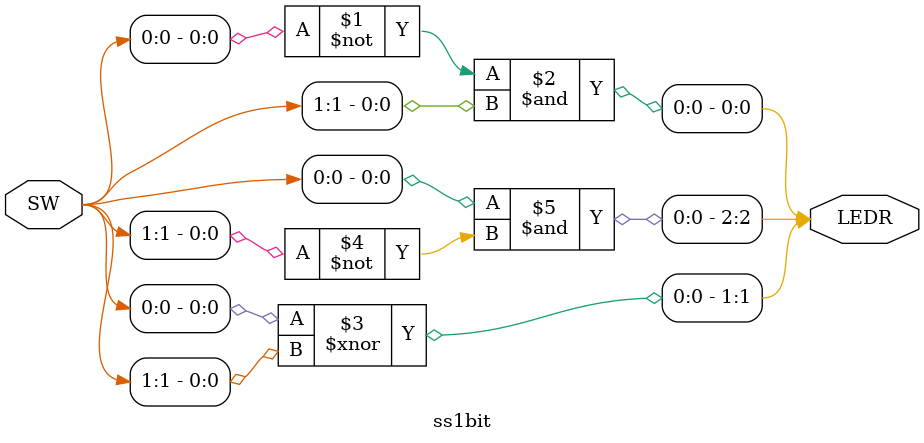
<source format=v>
module ss1bit (LEDR,SW); 
 input [1:0]SW; 
 output [2:0]LEDR; 
 assign LEDR[0] = ~SW[0] & SW[1]; 
 assign LEDR[1] = SW[0] ~^ SW[1]; 
 assign LEDR[2]= SW[0] & ~SW[1]; 
endmodule 

</source>
